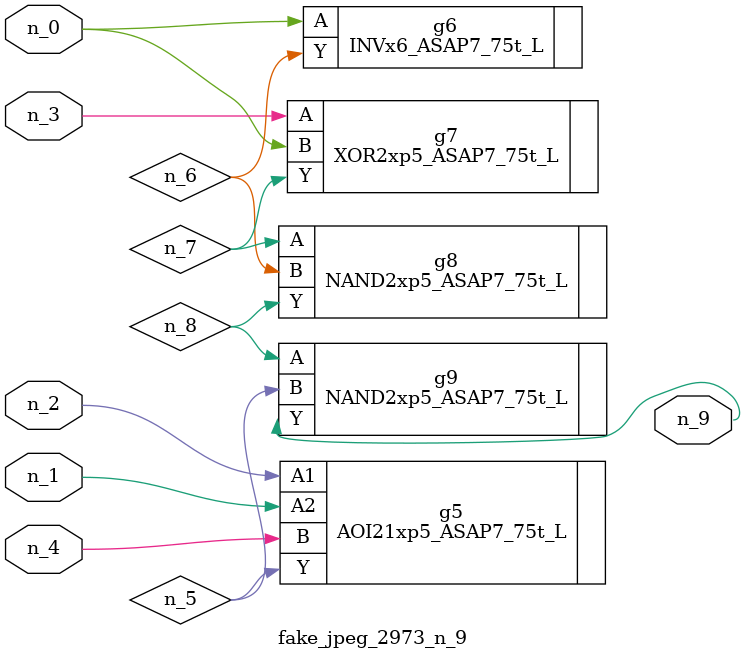
<source format=v>
module fake_jpeg_2973_n_9 (n_3, n_2, n_1, n_0, n_4, n_9);

input n_3;
input n_2;
input n_1;
input n_0;
input n_4;

output n_9;

wire n_8;
wire n_6;
wire n_5;
wire n_7;

AOI21xp5_ASAP7_75t_L g5 ( 
.A1(n_2),
.A2(n_1),
.B(n_4),
.Y(n_5)
);

INVx6_ASAP7_75t_L g6 ( 
.A(n_0),
.Y(n_6)
);

XOR2xp5_ASAP7_75t_L g7 ( 
.A(n_3),
.B(n_0),
.Y(n_7)
);

NAND2xp5_ASAP7_75t_L g8 ( 
.A(n_7),
.B(n_6),
.Y(n_8)
);

NAND2xp5_ASAP7_75t_L g9 ( 
.A(n_8),
.B(n_5),
.Y(n_9)
);


endmodule
</source>
